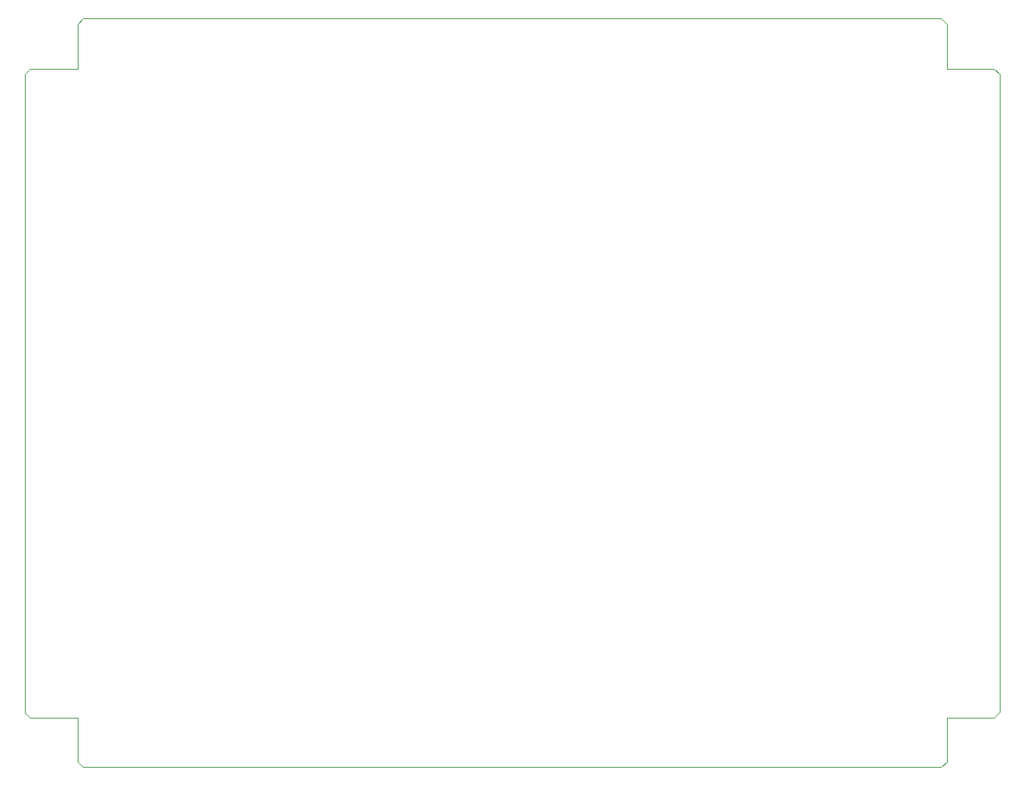
<source format=gbr>
%TF.GenerationSoftware,KiCad,Pcbnew,(5.1.6-0-10_14)*%
%TF.CreationDate,2020-09-25T10:57:10+01:00*%
%TF.ProjectId,DigitalSplitterPedal,44696769-7461-46c5-9370-6c6974746572,rev?*%
%TF.SameCoordinates,Original*%
%TF.FileFunction,Profile,NP*%
%FSLAX46Y46*%
G04 Gerber Fmt 4.6, Leading zero omitted, Abs format (unit mm)*
G04 Created by KiCad (PCBNEW (5.1.6-0-10_14)) date 2020-09-25 10:57:10*
%MOMM*%
%LPD*%
G01*
G04 APERTURE LIST*
%TA.AperFunction,Profile*%
%ADD10C,0.050000*%
%TD*%
G04 APERTURE END LIST*
D10*
X186309000Y-130429000D02*
X185674000Y-131064000D01*
X186309000Y-125349000D02*
X186309000Y-130429000D01*
X191770000Y-125349000D02*
X186309000Y-125349000D01*
X192405000Y-124714000D02*
X191770000Y-125349000D01*
X192405000Y-51054000D02*
X192405000Y-124714000D01*
X191770000Y-50419000D02*
X192405000Y-51054000D01*
X186309000Y-50419000D02*
X191770000Y-50419000D01*
X186309000Y-45275500D02*
X186309000Y-50419000D01*
X185674000Y-44640500D02*
X186309000Y-45275500D01*
X86614000Y-44640500D02*
X185674000Y-44640500D01*
X85979000Y-45275500D02*
X86614000Y-44640500D01*
X85979000Y-50419000D02*
X85979000Y-45275500D01*
X80518000Y-50419000D02*
X85979000Y-50419000D01*
X79883000Y-51054000D02*
X80518000Y-50419000D01*
X79883000Y-124777500D02*
X79883000Y-51054000D01*
X80518000Y-125412500D02*
X79883000Y-124777500D01*
X85979000Y-125412500D02*
X80518000Y-125412500D01*
X85979000Y-130429000D02*
X85979000Y-125412500D01*
X86614000Y-131064000D02*
X85979000Y-130429000D01*
X185674000Y-131064000D02*
X86614000Y-131064000D01*
M02*

</source>
